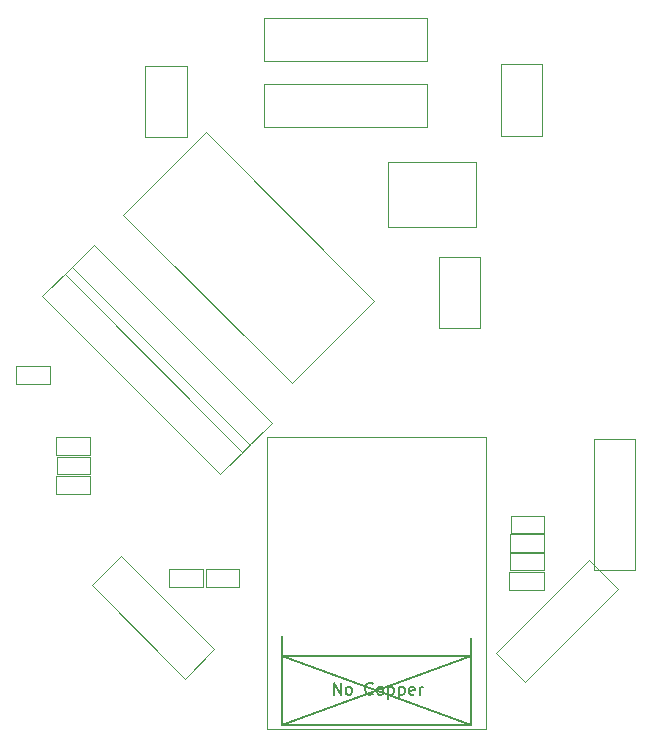
<source format=gbr>
%TF.GenerationSoftware,KiCad,Pcbnew,(5.1.10)-1*%
%TF.CreationDate,2022-09-07T09:41:17-03:00*%
%TF.ProjectId,OpenBCI_Wifi_Shield,4f70656e-4243-4495-9f57-6966695f5368,v1.0.0*%
%TF.SameCoordinates,Original*%
%TF.FileFunction,Other,User*%
%FSLAX46Y46*%
G04 Gerber Fmt 4.6, Leading zero omitted, Abs format (unit mm)*
G04 Created by KiCad (PCBNEW (5.1.10)-1) date 2022-09-07 09:41:17*
%MOMM*%
%LPD*%
G01*
G04 APERTURE LIST*
%ADD10C,0.050000*%
%ADD11C,0.152400*%
%ADD12C,0.150000*%
G04 APERTURE END LIST*
D10*
%TO.C,R8*%
X122197200Y-105930000D02*
X125097200Y-105930000D01*
X122197200Y-107430000D02*
X125097200Y-107430000D01*
X122197200Y-105930000D02*
X122197200Y-107430000D01*
X125097200Y-105930000D02*
X125097200Y-107430000D01*
%TO.C,U1*%
X120174000Y-114182000D02*
X120174000Y-122432000D01*
X120174000Y-122432000D02*
X102674000Y-122432000D01*
X102674000Y-122432000D02*
X101674000Y-122432000D01*
X101674000Y-122432000D02*
X101674000Y-97682000D01*
X101674000Y-97682000D02*
X120174000Y-97682000D01*
X120174000Y-97682000D02*
X120174000Y-114182000D01*
D11*
X118940000Y-122064000D02*
X102938000Y-122064000D01*
X102938000Y-122064000D02*
X102938000Y-114571000D01*
X118940000Y-122064000D02*
X118940000Y-114698000D01*
X102932000Y-122082000D02*
X118932000Y-116282000D01*
X118932000Y-122082000D02*
X102932000Y-116282000D01*
X118932000Y-116282000D02*
X102932000Y-116282000D01*
D10*
%TO.C,P8*%
X85115400Y-83300926D02*
X82640526Y-85775800D01*
X100176774Y-98362301D02*
X97701901Y-100837174D01*
X85115400Y-83300926D02*
X100176774Y-98362301D01*
X82640526Y-85775800D02*
X97701901Y-100837174D01*
%TO.C,P9*%
X132848400Y-97868800D02*
X129348400Y-97868800D01*
X132848400Y-109018800D02*
X129348400Y-109018800D01*
X132848400Y-97868800D02*
X132848400Y-109018800D01*
X129348400Y-97868800D02*
X129348400Y-109018800D01*
%TO.C,P10*%
X131365674Y-110602800D02*
X128890800Y-108127926D01*
X123481433Y-118487041D02*
X121006559Y-116012167D01*
X131365674Y-110602800D02*
X123481433Y-118487041D01*
X128890800Y-108127926D02*
X121006559Y-116012167D01*
%TO.C,P7*%
X86995000Y-81472126D02*
X84520126Y-83947000D01*
X102056374Y-96533501D02*
X99581501Y-99008374D01*
X86995000Y-81472126D02*
X102056374Y-96533501D01*
X84520126Y-83947000D02*
X99581501Y-99008374D01*
%TO.C,P4*%
X94841000Y-66276000D02*
X91341000Y-66276000D01*
X94841000Y-72326000D02*
X91341000Y-72326000D01*
X94841000Y-66276000D02*
X94841000Y-72326000D01*
X91341000Y-66276000D02*
X91341000Y-72326000D01*
%TO.C,P6*%
X119717000Y-82451000D02*
X116217000Y-82451000D01*
X119717000Y-88501000D02*
X116217000Y-88501000D01*
X119717000Y-82451000D02*
X119717000Y-88501000D01*
X116217000Y-82451000D02*
X116217000Y-88501000D01*
%TO.C,P5*%
X124940000Y-66149000D02*
X121440000Y-66149000D01*
X124940000Y-72199000D02*
X121440000Y-72199000D01*
X124940000Y-66149000D02*
X124940000Y-72199000D01*
X121440000Y-66149000D02*
X121440000Y-72199000D01*
%TO.C,P1*%
X89324000Y-107807126D02*
X86849126Y-110282000D01*
X97208241Y-115691367D02*
X94733367Y-118166241D01*
X89324000Y-107807126D02*
X97208241Y-115691367D01*
X86849126Y-110282000D02*
X94733367Y-118166241D01*
%TO.C,R1*%
X83288800Y-93206000D02*
X80388800Y-93206000D01*
X83288800Y-91706000D02*
X80388800Y-91706000D01*
X83288800Y-93206000D02*
X83288800Y-91706000D01*
X80388800Y-93206000D02*
X80388800Y-91706000D01*
%TO.C,R3*%
X93368200Y-108914500D02*
X96268200Y-108914500D01*
X93368200Y-110414500D02*
X96268200Y-110414500D01*
X93368200Y-108914500D02*
X93368200Y-110414500D01*
X96268200Y-108914500D02*
X96268200Y-110414500D01*
%TO.C,R4*%
X86692400Y-102502400D02*
X83792400Y-102502400D01*
X86692400Y-101002400D02*
X83792400Y-101002400D01*
X86692400Y-102502400D02*
X86692400Y-101002400D01*
X83792400Y-102502400D02*
X83792400Y-101002400D01*
%TO.C,R5*%
X125097200Y-109004800D02*
X122197200Y-109004800D01*
X125097200Y-107504800D02*
X122197200Y-107504800D01*
X125097200Y-109004800D02*
X125097200Y-107504800D01*
X122197200Y-109004800D02*
X122197200Y-107504800D01*
%TO.C,R6*%
X125074000Y-110632000D02*
X122174000Y-110632000D01*
X125074000Y-109132000D02*
X122174000Y-109132000D01*
X125074000Y-110632000D02*
X125074000Y-109132000D01*
X122174000Y-110632000D02*
X122174000Y-109132000D01*
%TO.C,R7*%
X83792400Y-97751200D02*
X86692400Y-97751200D01*
X83792400Y-99251200D02*
X86692400Y-99251200D01*
X83792400Y-97751200D02*
X83792400Y-99251200D01*
X86692400Y-97751200D02*
X86692400Y-99251200D01*
%TO.C,D2*%
X99253500Y-108914500D02*
X99253500Y-110414500D01*
X99253500Y-110414500D02*
X96453500Y-110414500D01*
X96453500Y-110414500D02*
X96453500Y-108914500D01*
X96453500Y-108914500D02*
X99253500Y-108914500D01*
%TO.C,D3*%
X83842400Y-100876800D02*
X83842400Y-99376800D01*
X83842400Y-99376800D02*
X86642400Y-99376800D01*
X86642400Y-99376800D02*
X86642400Y-100876800D01*
X86642400Y-100876800D02*
X83842400Y-100876800D01*
%TO.C,D4*%
X125098000Y-104380600D02*
X125098000Y-105880600D01*
X125098000Y-105880600D02*
X122298000Y-105880600D01*
X122298000Y-105880600D02*
X122298000Y-104380600D01*
X122298000Y-104380600D02*
X125098000Y-104380600D01*
%TO.C,IC1*%
X111886000Y-79897000D02*
X111886000Y-74397000D01*
X119336000Y-79897000D02*
X111886000Y-79897000D01*
X119336000Y-74397000D02*
X119336000Y-79897000D01*
X111886000Y-74397000D02*
X119336000Y-74397000D01*
%TO.C,IC2*%
X103752600Y-93181886D02*
X89476114Y-78905400D01*
X110745886Y-86188600D02*
X103752600Y-93181886D01*
X96469400Y-71912114D02*
X110745886Y-86188600D01*
X89476114Y-78905400D02*
X96469400Y-71912114D01*
%TO.C,J1*%
X101411000Y-65847000D02*
X115161000Y-65847000D01*
X115161000Y-65847000D02*
X115161000Y-62247000D01*
X115161000Y-62247000D02*
X101411000Y-62247000D01*
X101411000Y-62247000D02*
X101411000Y-65847000D01*
%TO.C,J2*%
X115161000Y-71447000D02*
X115161000Y-67847000D01*
X101411000Y-71447000D02*
X115161000Y-71447000D01*
X101411000Y-67847000D02*
X101411000Y-71447000D01*
X115161000Y-67847000D02*
X101411000Y-67847000D01*
%TD*%
%TO.C,U1*%
D12*
X107317714Y-119534380D02*
X107317714Y-118534380D01*
X107889142Y-119534380D01*
X107889142Y-118534380D01*
X108508190Y-119534380D02*
X108412952Y-119486761D01*
X108365333Y-119439142D01*
X108317714Y-119343904D01*
X108317714Y-119058190D01*
X108365333Y-118962952D01*
X108412952Y-118915333D01*
X108508190Y-118867714D01*
X108651047Y-118867714D01*
X108746285Y-118915333D01*
X108793904Y-118962952D01*
X108841523Y-119058190D01*
X108841523Y-119343904D01*
X108793904Y-119439142D01*
X108746285Y-119486761D01*
X108651047Y-119534380D01*
X108508190Y-119534380D01*
X110603428Y-119439142D02*
X110555809Y-119486761D01*
X110412952Y-119534380D01*
X110317714Y-119534380D01*
X110174857Y-119486761D01*
X110079619Y-119391523D01*
X110032000Y-119296285D01*
X109984380Y-119105809D01*
X109984380Y-118962952D01*
X110032000Y-118772476D01*
X110079619Y-118677238D01*
X110174857Y-118582000D01*
X110317714Y-118534380D01*
X110412952Y-118534380D01*
X110555809Y-118582000D01*
X110603428Y-118629619D01*
X111174857Y-119534380D02*
X111079619Y-119486761D01*
X111032000Y-119439142D01*
X110984380Y-119343904D01*
X110984380Y-119058190D01*
X111032000Y-118962952D01*
X111079619Y-118915333D01*
X111174857Y-118867714D01*
X111317714Y-118867714D01*
X111412952Y-118915333D01*
X111460571Y-118962952D01*
X111508190Y-119058190D01*
X111508190Y-119343904D01*
X111460571Y-119439142D01*
X111412952Y-119486761D01*
X111317714Y-119534380D01*
X111174857Y-119534380D01*
X111936761Y-118867714D02*
X111936761Y-119867714D01*
X111936761Y-118915333D02*
X112032000Y-118867714D01*
X112222476Y-118867714D01*
X112317714Y-118915333D01*
X112365333Y-118962952D01*
X112412952Y-119058190D01*
X112412952Y-119343904D01*
X112365333Y-119439142D01*
X112317714Y-119486761D01*
X112222476Y-119534380D01*
X112032000Y-119534380D01*
X111936761Y-119486761D01*
X112841523Y-118867714D02*
X112841523Y-119867714D01*
X112841523Y-118915333D02*
X112936761Y-118867714D01*
X113127238Y-118867714D01*
X113222476Y-118915333D01*
X113270095Y-118962952D01*
X113317714Y-119058190D01*
X113317714Y-119343904D01*
X113270095Y-119439142D01*
X113222476Y-119486761D01*
X113127238Y-119534380D01*
X112936761Y-119534380D01*
X112841523Y-119486761D01*
X114127238Y-119486761D02*
X114032000Y-119534380D01*
X113841523Y-119534380D01*
X113746285Y-119486761D01*
X113698666Y-119391523D01*
X113698666Y-119010571D01*
X113746285Y-118915333D01*
X113841523Y-118867714D01*
X114032000Y-118867714D01*
X114127238Y-118915333D01*
X114174857Y-119010571D01*
X114174857Y-119105809D01*
X113698666Y-119201047D01*
X114603428Y-119534380D02*
X114603428Y-118867714D01*
X114603428Y-119058190D02*
X114651047Y-118962952D01*
X114698666Y-118915333D01*
X114793904Y-118867714D01*
X114889142Y-118867714D01*
%TD*%
M02*

</source>
